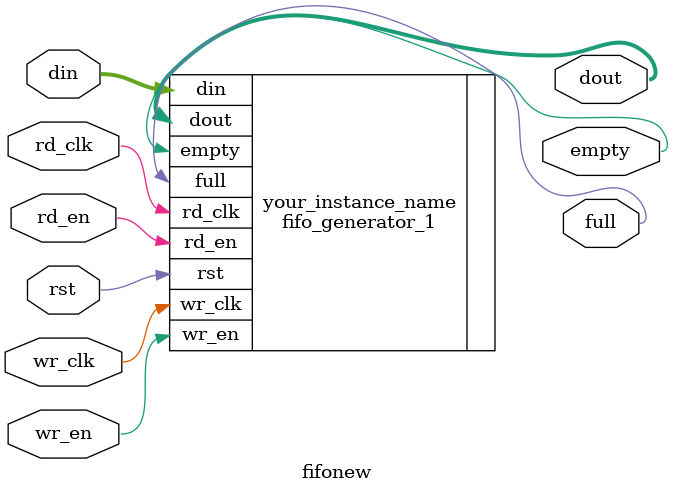
<source format=v>


    
////fifo_generator_0 your_instance_name (
////  .clk(clk),      // input wire clk
////  .srst(rst),    // input wire srst
////  .din(din),      // input wire [31 : 0] din
////  .wr_en(wr_en),  // input wire wr_en
////  .rd_en(rd_en),  // input wire rd_en
////  .dout(dout),    // output wire [31 : 0] dout
////  .full(full),    // output wire full
////  .empty(empty)  // output wire empty
////);

////endmodule

//module fifonew(
//    input rst,rd_clk, wr_clk,wr_en,rd_en,full,empty,
//    input [31:0] din,
//    output [15:0] dout
//    );
    
//fifo_generator_0 your_instance_name (
//  .rst(rst),        // input wire rst
//  .wr_clk(wr_clk),  // input wire wr_clk
//  .rd_clk(rd_clk),  // input wire rd_clk
//  .din(din),        // input wire [31 : 0] din
//  .wr_en(wr_en),    // input wire wr_en
//  .rd_en(rd_en),    // input wire rd_en
//  .dout(dout),      // output wire [15 : 0] dout
//  .full(full),      // output wire full
//  .empty(empty)    // output wire empty
//);

//endmodule


`timescale 1ns / 1ps

module fifonew (
    input wire rd_clk,wr_clk,
    input wire rst,
    input wire wr_en,
    input wire rd_en,
    input wire [31:0] din,
    output wire [31:0] dout,
    output wire full,
    output wire empty
);

  // Instantiate FIFO IP core
  // Replace fifo_ip with the actual name of your FIFO IP module
fifo_generator_1 your_instance_name (
  .rst(rst),        // input wire rst
  .wr_clk(wr_clk),  // input wire wr_clk
  .rd_clk(rd_clk),  // input wire rd_clk
  .din(din),        // input wire [31 : 0] din
  .wr_en(wr_en),    // input wire wr_en
  .rd_en(rd_en),    // input wire rd_en
  .dout(dout),      // output wire [31 : 0] dout
  .full(full),      // output wire full
  .empty(empty)    // output wire empty
);

endmodule
</source>
